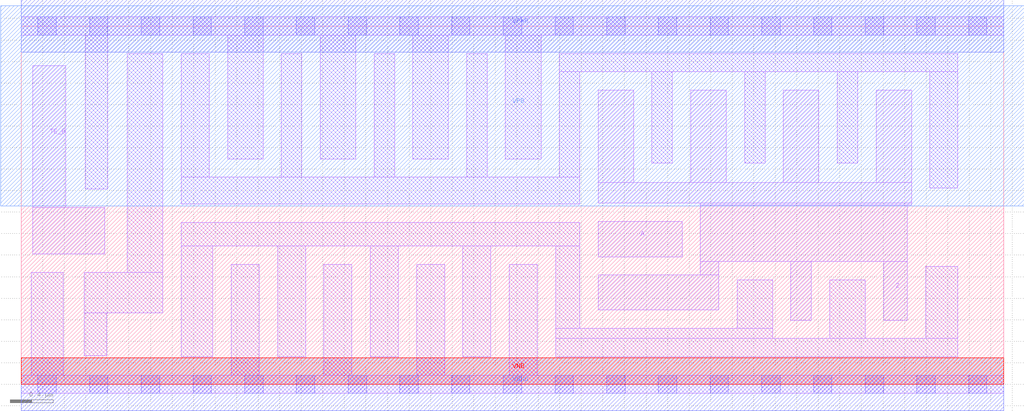
<source format=lef>
# Copyright 2020 The SkyWater PDK Authors
#
# Licensed under the Apache License, Version 2.0 (the "License");
# you may not use this file except in compliance with the License.
# You may obtain a copy of the License at
#
#     https://www.apache.org/licenses/LICENSE-2.0
#
# Unless required by applicable law or agreed to in writing, software
# distributed under the License is distributed on an "AS IS" BASIS,
# WITHOUT WARRANTIES OR CONDITIONS OF ANY KIND, either express or implied.
# See the License for the specific language governing permissions and
# limitations under the License.
#
# SPDX-License-Identifier: Apache-2.0

VERSION 5.7 ;
  NOWIREEXTENSIONATPIN ON ;
  DIVIDERCHAR "/" ;
  BUSBITCHARS "[]" ;
MACRO sky130_fd_sc_lp__einvn_8
  CLASS CORE ;
  FOREIGN sky130_fd_sc_lp__einvn_8 ;
  ORIGIN  0.000000  0.000000 ;
  SIZE  9.120000 BY  3.330000 ;
  SYMMETRY X Y R90 ;
  SITE unit ;
  PIN A
    ANTENNAGATEAREA  2.520000 ;
    DIRECTION INPUT ;
    USE SIGNAL ;
    PORT
      LAYER li1 ;
        RECT 5.355000 1.185000 6.135000 1.515000 ;
    END
  END A
  PIN TE_B
    ANTENNAGATEAREA  1.827000 ;
    DIRECTION INPUT ;
    USE SIGNAL ;
    PORT
      LAYER li1 ;
        RECT 0.105000 1.210000 0.775000 1.645000 ;
        RECT 0.105000 1.645000 0.415000 2.960000 ;
    END
  END TE_B
  PIN Z
    ANTENNADIFFAREA  2.352000 ;
    DIRECTION OUTPUT ;
    USE SIGNAL ;
    PORT
      LAYER li1 ;
        RECT 5.355000 0.690000 6.475000 1.015000 ;
        RECT 5.355000 1.685000 8.265000 1.875000 ;
        RECT 5.355000 1.875000 5.685000 2.735000 ;
        RECT 6.215000 1.875000 6.545000 2.735000 ;
        RECT 6.305000 1.015000 6.475000 1.140000 ;
        RECT 6.305000 1.140000 8.225000 1.665000 ;
        RECT 6.305000 1.665000 8.265000 1.685000 ;
        RECT 7.075000 1.875000 7.405000 2.735000 ;
        RECT 7.145000 0.595000 7.335000 1.140000 ;
        RECT 7.935000 1.875000 8.265000 2.735000 ;
        RECT 8.005000 0.595000 8.225000 1.140000 ;
    END
  END Z
  PIN VGND
    DIRECTION INOUT ;
    USE GROUND ;
    PORT
      LAYER met1 ;
        RECT 0.000000 -0.245000 9.120000 0.245000 ;
    END
  END VGND
  PIN VNB
    DIRECTION INOUT ;
    USE GROUND ;
    PORT
      LAYER pwell ;
        RECT 0.000000 0.000000 9.120000 0.245000 ;
    END
  END VNB
  PIN VPB
    DIRECTION INOUT ;
    USE POWER ;
    PORT
      LAYER nwell ;
        RECT -0.190000 1.655000 9.310000 3.520000 ;
    END
  END VPB
  PIN VPWR
    DIRECTION INOUT ;
    USE POWER ;
    PORT
      LAYER met1 ;
        RECT 0.000000 3.085000 9.120000 3.575000 ;
    END
  END VPWR
  OBS
    LAYER li1 ;
      RECT 0.000000 -0.085000 9.120000 0.085000 ;
      RECT 0.000000  3.245000 9.120000 3.415000 ;
      RECT 0.095000  0.085000 0.390000 1.040000 ;
      RECT 0.585000  0.265000 0.795000 0.665000 ;
      RECT 0.585000  0.665000 1.315000 1.040000 ;
      RECT 0.595000  1.815000 0.805000 3.245000 ;
      RECT 0.985000  1.040000 1.315000 3.075000 ;
      RECT 1.485000  0.255000 1.780000 1.285000 ;
      RECT 1.485000  1.285000 5.185000 1.505000 ;
      RECT 1.485000  1.675000 5.185000 1.925000 ;
      RECT 1.485000  1.925000 1.745000 3.075000 ;
      RECT 1.915000  2.095000 2.245000 3.245000 ;
      RECT 1.950000  0.085000 2.210000 1.115000 ;
      RECT 2.380000  0.255000 2.640000 1.285000 ;
      RECT 2.415000  1.925000 2.605000 3.075000 ;
      RECT 2.775000  2.095000 3.105000 3.245000 ;
      RECT 2.810000  0.085000 3.070000 1.115000 ;
      RECT 3.240000  0.255000 3.500000 1.285000 ;
      RECT 3.275000  1.925000 3.465000 3.075000 ;
      RECT 3.635000  2.095000 3.965000 3.245000 ;
      RECT 3.670000  0.085000 3.930000 1.115000 ;
      RECT 4.100000  0.255000 4.360000 1.285000 ;
      RECT 4.135000  1.925000 4.325000 3.075000 ;
      RECT 4.495000  2.095000 4.825000 3.245000 ;
      RECT 4.530000  0.085000 4.790000 1.115000 ;
      RECT 4.960000  0.255000 8.695000 0.425000 ;
      RECT 4.960000  0.425000 6.975000 0.520000 ;
      RECT 4.960000  0.520000 5.185000 1.285000 ;
      RECT 4.995000  1.925000 5.185000 2.905000 ;
      RECT 4.995000  2.905000 8.695000 3.075000 ;
      RECT 5.855000  2.055000 6.045000 2.905000 ;
      RECT 6.645000  0.520000 6.975000 0.970000 ;
      RECT 6.715000  2.055000 6.905000 2.905000 ;
      RECT 7.505000  0.425000 7.835000 0.970000 ;
      RECT 7.575000  2.055000 7.765000 2.905000 ;
      RECT 8.395000  0.425000 8.695000 1.095000 ;
      RECT 8.435000  1.825000 8.695000 2.905000 ;
    LAYER mcon ;
      RECT 0.155000 -0.085000 0.325000 0.085000 ;
      RECT 0.155000  3.245000 0.325000 3.415000 ;
      RECT 0.635000 -0.085000 0.805000 0.085000 ;
      RECT 0.635000  3.245000 0.805000 3.415000 ;
      RECT 1.115000 -0.085000 1.285000 0.085000 ;
      RECT 1.115000  3.245000 1.285000 3.415000 ;
      RECT 1.595000 -0.085000 1.765000 0.085000 ;
      RECT 1.595000  3.245000 1.765000 3.415000 ;
      RECT 2.075000 -0.085000 2.245000 0.085000 ;
      RECT 2.075000  3.245000 2.245000 3.415000 ;
      RECT 2.555000 -0.085000 2.725000 0.085000 ;
      RECT 2.555000  3.245000 2.725000 3.415000 ;
      RECT 3.035000 -0.085000 3.205000 0.085000 ;
      RECT 3.035000  3.245000 3.205000 3.415000 ;
      RECT 3.515000 -0.085000 3.685000 0.085000 ;
      RECT 3.515000  3.245000 3.685000 3.415000 ;
      RECT 3.995000 -0.085000 4.165000 0.085000 ;
      RECT 3.995000  3.245000 4.165000 3.415000 ;
      RECT 4.475000 -0.085000 4.645000 0.085000 ;
      RECT 4.475000  3.245000 4.645000 3.415000 ;
      RECT 4.955000 -0.085000 5.125000 0.085000 ;
      RECT 4.955000  3.245000 5.125000 3.415000 ;
      RECT 5.435000 -0.085000 5.605000 0.085000 ;
      RECT 5.435000  3.245000 5.605000 3.415000 ;
      RECT 5.915000 -0.085000 6.085000 0.085000 ;
      RECT 5.915000  3.245000 6.085000 3.415000 ;
      RECT 6.395000 -0.085000 6.565000 0.085000 ;
      RECT 6.395000  3.245000 6.565000 3.415000 ;
      RECT 6.875000 -0.085000 7.045000 0.085000 ;
      RECT 6.875000  3.245000 7.045000 3.415000 ;
      RECT 7.355000 -0.085000 7.525000 0.085000 ;
      RECT 7.355000  3.245000 7.525000 3.415000 ;
      RECT 7.835000 -0.085000 8.005000 0.085000 ;
      RECT 7.835000  3.245000 8.005000 3.415000 ;
      RECT 8.315000 -0.085000 8.485000 0.085000 ;
      RECT 8.315000  3.245000 8.485000 3.415000 ;
      RECT 8.795000 -0.085000 8.965000 0.085000 ;
      RECT 8.795000  3.245000 8.965000 3.415000 ;
  END
END sky130_fd_sc_lp__einvn_8
END LIBRARY

</source>
